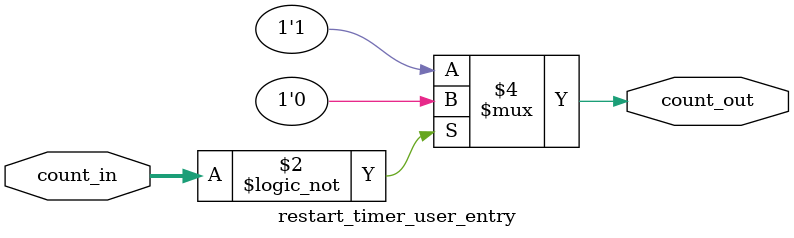
<source format=v>
`timescale 1ns / 1ps


module restart_timer_user_entry(count_in, count_out);
    input [3:0] count_in;
    output reg count_out;
    
    always @ (*) begin
        if (count_in == 0)     
            count_out = 0;
        else
            count_out = 1;
    end
            
endmodule

</source>
